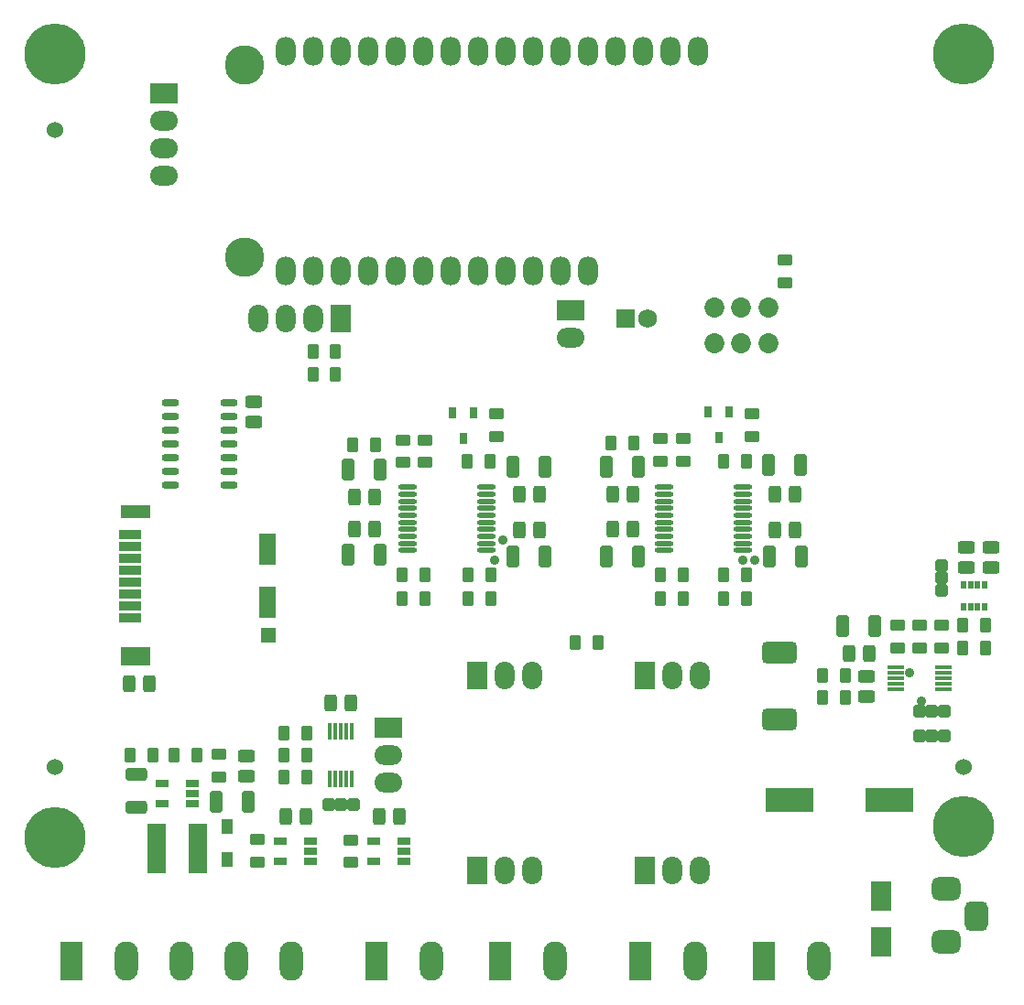
<source format=gts>
G04*
G04 #@! TF.GenerationSoftware,Altium Limited,Altium Designer,19.0.12 (326)*
G04*
G04 Layer_Color=8388736*
%FSAX44Y44*%
%MOMM*%
G71*
G01*
G75*
%ADD54R,0.2540X0.5080*%
%ADD55R,0.5080X0.2540*%
%ADD56O,1.5500X0.4000*%
%ADD57R,1.3524X1.3524*%
%ADD58R,2.7524X1.6524*%
%ADD59R,2.7524X1.1524*%
%ADD60R,1.5524X2.8524*%
%ADD61R,2.1524X0.8524*%
G04:AMPARAMS|DCode=62|XSize=1.0524mm|YSize=1.3524mm|CornerRadius=0.1887mm|HoleSize=0mm|Usage=FLASHONLY|Rotation=270.000|XOffset=0mm|YOffset=0mm|HoleType=Round|Shape=RoundedRectangle|*
%AMROUNDEDRECTD62*
21,1,1.0524,0.9750,0,0,270.0*
21,1,0.6750,1.3524,0,0,270.0*
1,1,0.3774,-0.4875,-0.3375*
1,1,0.3774,-0.4875,0.3375*
1,1,0.3774,0.4875,0.3375*
1,1,0.3774,0.4875,-0.3375*
%
%ADD62ROUNDEDRECTD62*%
G04:AMPARAMS|DCode=63|XSize=1.0524mm|YSize=1.3524mm|CornerRadius=0.1887mm|HoleSize=0mm|Usage=FLASHONLY|Rotation=180.000|XOffset=0mm|YOffset=0mm|HoleType=Round|Shape=RoundedRectangle|*
%AMROUNDEDRECTD63*
21,1,1.0524,0.9750,0,0,180.0*
21,1,0.6750,1.3524,0,0,180.0*
1,1,0.3774,-0.3375,0.4875*
1,1,0.3774,0.3375,0.4875*
1,1,0.3774,0.3375,-0.4875*
1,1,0.3774,-0.3375,-0.4875*
%
%ADD63ROUNDEDRECTD63*%
G04:AMPARAMS|DCode=64|XSize=1.1024mm|YSize=1.5524mm|CornerRadius=0.195mm|HoleSize=0mm|Usage=FLASHONLY|Rotation=270.000|XOffset=0mm|YOffset=0mm|HoleType=Round|Shape=RoundedRectangle|*
%AMROUNDEDRECTD64*
21,1,1.1024,1.1625,0,0,270.0*
21,1,0.7125,1.5524,0,0,270.0*
1,1,0.3899,-0.5813,-0.3563*
1,1,0.3899,-0.5813,0.3563*
1,1,0.3899,0.5813,0.3563*
1,1,0.3899,0.5813,-0.3563*
%
%ADD64ROUNDEDRECTD64*%
%ADD65O,1.6024X0.7524*%
%ADD66R,0.7524X1.1024*%
G04:AMPARAMS|DCode=67|XSize=1.1524mm|YSize=1.9524mm|CornerRadius=0.2012mm|HoleSize=0mm|Usage=FLASHONLY|Rotation=0.000|XOffset=0mm|YOffset=0mm|HoleType=Round|Shape=RoundedRectangle|*
%AMROUNDEDRECTD67*
21,1,1.1524,1.5500,0,0,0.0*
21,1,0.7500,1.9524,0,0,0.0*
1,1,0.4024,0.3750,-0.7750*
1,1,0.4024,-0.3750,-0.7750*
1,1,0.4024,-0.3750,0.7750*
1,1,0.4024,0.3750,0.7750*
%
%ADD67ROUNDEDRECTD67*%
G04:AMPARAMS|DCode=68|XSize=1.1024mm|YSize=1.5524mm|CornerRadius=0.195mm|HoleSize=0mm|Usage=FLASHONLY|Rotation=180.000|XOffset=0mm|YOffset=0mm|HoleType=Round|Shape=RoundedRectangle|*
%AMROUNDEDRECTD68*
21,1,1.1024,1.1625,0,0,180.0*
21,1,0.7125,1.5524,0,0,180.0*
1,1,0.3899,-0.3563,0.5813*
1,1,0.3899,0.3563,0.5813*
1,1,0.3899,0.3563,-0.5813*
1,1,0.3899,-0.3563,-0.5813*
%
%ADD68ROUNDEDRECTD68*%
%ADD69O,1.7500X0.5000*%
G04:AMPARAMS|DCode=70|XSize=1.1524mm|YSize=1.1524mm|CornerRadius=0.2262mm|HoleSize=0mm|Usage=FLASHONLY|Rotation=90.000|XOffset=0mm|YOffset=0mm|HoleType=Round|Shape=RoundedRectangle|*
%AMROUNDEDRECTD70*
21,1,1.1524,0.7000,0,0,90.0*
21,1,0.7000,1.1524,0,0,90.0*
1,1,0.4524,0.3500,0.3500*
1,1,0.4524,0.3500,-0.3500*
1,1,0.4524,-0.3500,-0.3500*
1,1,0.4524,-0.3500,0.3500*
%
%ADD70ROUNDEDRECTD70*%
%ADD71R,0.5024X0.6524*%
G04:AMPARAMS|DCode=72|XSize=1.9524mm|YSize=3.1524mm|CornerRadius=0.3012mm|HoleSize=0mm|Usage=FLASHONLY|Rotation=90.000|XOffset=0mm|YOffset=0mm|HoleType=Round|Shape=RoundedRectangle|*
%AMROUNDEDRECTD72*
21,1,1.9524,2.5500,0,0,90.0*
21,1,1.3500,3.1524,0,0,90.0*
1,1,0.6024,1.2750,0.6750*
1,1,0.6024,1.2750,-0.6750*
1,1,0.6024,-1.2750,-0.6750*
1,1,0.6024,-1.2750,0.6750*
%
%ADD72ROUNDEDRECTD72*%
G04:AMPARAMS|DCode=73|XSize=1.1524mm|YSize=1.1524mm|CornerRadius=0.2262mm|HoleSize=0mm|Usage=FLASHONLY|Rotation=0.000|XOffset=0mm|YOffset=0mm|HoleType=Round|Shape=RoundedRectangle|*
%AMROUNDEDRECTD73*
21,1,1.1524,0.7000,0,0,0.0*
21,1,0.7000,1.1524,0,0,0.0*
1,1,0.4524,0.3500,-0.3500*
1,1,0.4524,-0.3500,-0.3500*
1,1,0.4524,-0.3500,0.3500*
1,1,0.4524,0.3500,0.3500*
%
%ADD73ROUNDEDRECTD73*%
%ADD74R,4.4524X2.2024*%
%ADD75R,1.9024X2.8024*%
%ADD76R,0.4000X1.5500*%
%ADD77R,1.2024X0.7524*%
%ADD78R,1.0024X1.3524*%
%ADD79R,1.7024X4.6524*%
G04:AMPARAMS|DCode=80|XSize=1.1524mm|YSize=1.9524mm|CornerRadius=0.2012mm|HoleSize=0mm|Usage=FLASHONLY|Rotation=90.000|XOffset=0mm|YOffset=0mm|HoleType=Round|Shape=RoundedRectangle|*
%AMROUNDEDRECTD80*
21,1,1.1524,1.5500,0,0,90.0*
21,1,0.7500,1.9524,0,0,90.0*
1,1,0.4024,0.7750,0.3750*
1,1,0.4024,0.7750,-0.3750*
1,1,0.4024,-0.7750,-0.3750*
1,1,0.4024,-0.7750,0.3750*
%
%ADD80ROUNDEDRECTD80*%
%ADD81C,1.5240*%
%ADD82C,3.6524*%
%ADD83O,1.8524X2.6524*%
%ADD84C,1.8524*%
%ADD85R,1.7524X1.7524*%
%ADD86C,1.7524*%
%ADD87O,2.5524X1.8524*%
%ADD88R,2.5524X1.8524*%
%ADD89O,1.8524X2.5524*%
%ADD90R,1.8524X2.5524*%
G04:AMPARAMS|DCode=91|XSize=2.1524mm|YSize=2.7524mm|CornerRadius=0.5762mm|HoleSize=0mm|Usage=FLASHONLY|Rotation=180.000|XOffset=0mm|YOffset=0mm|HoleType=Round|Shape=RoundedRectangle|*
%AMROUNDEDRECTD91*
21,1,2.1524,1.6000,0,0,180.0*
21,1,1.0000,2.7524,0,0,180.0*
1,1,1.1524,-0.5000,0.8000*
1,1,1.1524,0.5000,0.8000*
1,1,1.1524,0.5000,-0.8000*
1,1,1.1524,-0.5000,-0.8000*
%
%ADD91ROUNDEDRECTD91*%
G04:AMPARAMS|DCode=92|XSize=2.6524mm|YSize=2.1524mm|CornerRadius=0.5762mm|HoleSize=0mm|Usage=FLASHONLY|Rotation=180.000|XOffset=0mm|YOffset=0mm|HoleType=Round|Shape=RoundedRectangle|*
%AMROUNDEDRECTD92*
21,1,2.6524,1.0000,0,0,180.0*
21,1,1.5000,2.1524,0,0,180.0*
1,1,1.1524,-0.7500,0.5000*
1,1,1.1524,0.7500,0.5000*
1,1,1.1524,0.7500,-0.5000*
1,1,1.1524,-0.7500,-0.5000*
%
%ADD92ROUNDEDRECTD92*%
%ADD93R,2.1524X3.6524*%
%ADD94O,2.1524X3.6524*%
%ADD95C,5.6524*%
%ADD96C,0.9144*%
D54*
X00869240Y00418371D02*
D03*
D55*
X00853649Y00302180D02*
D03*
X00853649Y00279321D02*
D03*
X00321309Y00215820D02*
D03*
D56*
X00827169Y00342380D02*
D03*
Y00337380D02*
D03*
Y00332380D02*
D03*
Y00327380D02*
D03*
Y00322380D02*
D03*
X00871169Y00342380D02*
D03*
Y00337380D02*
D03*
Y00332380D02*
D03*
Y00327380D02*
D03*
Y00322380D02*
D03*
D57*
X00247639Y00372020D02*
D03*
D58*
X00124639Y00353030D02*
D03*
D59*
Y00486530D02*
D03*
D60*
X00246639Y00451530D02*
D03*
Y00402530D02*
D03*
D61*
X00119639Y00465530D02*
D03*
Y00454530D02*
D03*
Y00443530D02*
D03*
Y00432530D02*
D03*
Y00421530D02*
D03*
Y00410530D02*
D03*
Y00399530D02*
D03*
Y00388530D02*
D03*
D62*
X00724460Y00719080D02*
D03*
Y00698080D02*
D03*
X00693980Y00555840D02*
D03*
Y00576840D02*
D03*
X00630480Y00553980D02*
D03*
Y00532980D02*
D03*
X00609820D02*
D03*
Y00553980D02*
D03*
X00457760Y00555840D02*
D03*
Y00576840D02*
D03*
X00391639Y00553000D02*
D03*
Y00532000D02*
D03*
X00371400D02*
D03*
Y00553000D02*
D03*
X00869240Y00381260D02*
D03*
Y00360260D02*
D03*
X00849219Y00381260D02*
D03*
Y00360260D02*
D03*
X00828600Y00381260D02*
D03*
Y00360260D02*
D03*
X00323140Y00182960D02*
D03*
Y00161960D02*
D03*
X00201220Y00240880D02*
D03*
Y00261880D02*
D03*
X00236780Y00183140D02*
D03*
Y00162140D02*
D03*
D63*
X00309419Y00634920D02*
D03*
X00288419D02*
D03*
X00309419Y00613603D02*
D03*
X00288419D02*
D03*
X00689240Y00533320D02*
D03*
X00668240D02*
D03*
X00689240Y00427990D02*
D03*
X00668240D02*
D03*
X00689240Y00406320D02*
D03*
X00668240D02*
D03*
X00609820Y00427990D02*
D03*
X00630820D02*
D03*
X00609820Y00406320D02*
D03*
X00630820D02*
D03*
X00584879Y00550000D02*
D03*
X00563879D02*
D03*
X00451889Y00533320D02*
D03*
X00430889D02*
D03*
X00452939Y00427990D02*
D03*
X00431939D02*
D03*
X00452939Y00406320D02*
D03*
X00431939D02*
D03*
X00371060Y00427990D02*
D03*
X00392060D02*
D03*
X00371060Y00406320D02*
D03*
X00392060D02*
D03*
X00346340Y00548560D02*
D03*
X00325340D02*
D03*
X00910220Y00360600D02*
D03*
X00889220D02*
D03*
X00910220Y00381260D02*
D03*
X00889220D02*
D03*
X00759559Y00315000D02*
D03*
X00780559D02*
D03*
X00759559Y00335000D02*
D03*
X00780559D02*
D03*
X00552080Y00365680D02*
D03*
X00531080D02*
D03*
X00261840Y00241220D02*
D03*
X00282840D02*
D03*
X00261840Y00261540D02*
D03*
X00282840D02*
D03*
X00261840Y00281860D02*
D03*
X00282840D02*
D03*
X00181240Y00261540D02*
D03*
X00160240D02*
D03*
X00140600D02*
D03*
X00119600D02*
D03*
D64*
X00233639Y00588280D02*
D03*
Y00569780D02*
D03*
X00914960Y00435170D02*
D03*
Y00453670D02*
D03*
X00892100Y00435070D02*
D03*
Y00453570D02*
D03*
X00800059Y00334250D02*
D03*
Y00315750D02*
D03*
X00226620Y00242130D02*
D03*
Y00260630D02*
D03*
D65*
X00210889Y00510930D02*
D03*
Y00523630D02*
D03*
Y00536330D02*
D03*
Y00549030D02*
D03*
Y00561730D02*
D03*
Y00574430D02*
D03*
Y00587130D02*
D03*
X00156389Y00510930D02*
D03*
Y00523630D02*
D03*
Y00536330D02*
D03*
Y00549030D02*
D03*
Y00561730D02*
D03*
Y00574430D02*
D03*
Y00587130D02*
D03*
D66*
X00673000Y00578650D02*
D03*
X00654000D02*
D03*
X00663500Y00555150D02*
D03*
X00436780Y00578090D02*
D03*
X00417780D02*
D03*
X00427280Y00554590D02*
D03*
D67*
X00709379Y00530000D02*
D03*
X00739379D02*
D03*
X00710059Y00445000D02*
D03*
X00740059D02*
D03*
X00589600Y00528240D02*
D03*
X00559600D02*
D03*
X00589379Y00445000D02*
D03*
X00559379D02*
D03*
X00473240Y00528240D02*
D03*
X00503240D02*
D03*
X00473240Y00445000D02*
D03*
X00503240D02*
D03*
X00350840Y00446960D02*
D03*
X00320840D02*
D03*
X00350840Y00525700D02*
D03*
X00320840D02*
D03*
X00778040Y00380920D02*
D03*
X00808040D02*
D03*
X00198920Y00218360D02*
D03*
X00228920D02*
D03*
D68*
X00733710Y00502840D02*
D03*
X00715210D02*
D03*
X00734309Y00470000D02*
D03*
X00715809D02*
D03*
X00565350Y00502840D02*
D03*
X00583850D02*
D03*
X00565350Y00470250D02*
D03*
X00583850D02*
D03*
X00497490Y00502750D02*
D03*
X00478990D02*
D03*
X00497490Y00470000D02*
D03*
X00478990D02*
D03*
X00326590Y00470250D02*
D03*
X00345090D02*
D03*
X00326590Y00500300D02*
D03*
X00345090D02*
D03*
X00783790Y00355520D02*
D03*
X00802290D02*
D03*
X00136810Y00327380D02*
D03*
X00118310D02*
D03*
X00305059Y00309800D02*
D03*
X00323559D02*
D03*
X00349450Y00205000D02*
D03*
X00367950D02*
D03*
X00263090D02*
D03*
X00281590D02*
D03*
D69*
X00685629Y00450750D02*
D03*
Y00457250D02*
D03*
Y00463750D02*
D03*
Y00470250D02*
D03*
Y00476750D02*
D03*
Y00483250D02*
D03*
Y00489750D02*
D03*
Y00496250D02*
D03*
Y00502750D02*
D03*
Y00509250D02*
D03*
X00613129Y00450750D02*
D03*
Y00457250D02*
D03*
Y00463750D02*
D03*
Y00470250D02*
D03*
Y00476750D02*
D03*
Y00483250D02*
D03*
Y00489750D02*
D03*
Y00496250D02*
D03*
Y00502750D02*
D03*
Y00509250D02*
D03*
X00375909D02*
D03*
Y00502750D02*
D03*
Y00496250D02*
D03*
Y00489750D02*
D03*
Y00483250D02*
D03*
Y00476750D02*
D03*
Y00470250D02*
D03*
Y00463750D02*
D03*
Y00457250D02*
D03*
Y00450750D02*
D03*
X00448409Y00509250D02*
D03*
Y00502750D02*
D03*
Y00496250D02*
D03*
Y00489750D02*
D03*
Y00483250D02*
D03*
Y00476750D02*
D03*
Y00470250D02*
D03*
Y00463750D02*
D03*
Y00457250D02*
D03*
Y00450750D02*
D03*
D70*
X00869240Y00436800D02*
D03*
Y00413940D02*
D03*
Y00425370D02*
D03*
D71*
X00896470Y00419110D02*
D03*
X00889970D02*
D03*
Y00398610D02*
D03*
X00896470D02*
D03*
X00902970D02*
D03*
X00909470D02*
D03*
X00902970Y00419110D02*
D03*
X00909470D02*
D03*
D72*
X00720059Y00294000D02*
D03*
Y00356000D02*
D03*
D73*
X00872079Y00302180D02*
D03*
X00849219D02*
D03*
X00860649D02*
D03*
X00872079Y00279320D02*
D03*
X00849219D02*
D03*
X00860649D02*
D03*
X00302879Y00215820D02*
D03*
X00325739D02*
D03*
X00314309D02*
D03*
D74*
X00728809Y00220000D02*
D03*
X00821309D02*
D03*
D75*
X00813360Y00130648D02*
D03*
Y00088648D02*
D03*
D76*
X00324309Y00283540D02*
D03*
X00319309D02*
D03*
X00314309D02*
D03*
X00309309D02*
D03*
X00304309D02*
D03*
X00324309Y00239540D02*
D03*
X00319309D02*
D03*
X00314309D02*
D03*
X00309309D02*
D03*
X00304309D02*
D03*
D77*
X00372450Y00162960D02*
D03*
Y00172460D02*
D03*
Y00181960D02*
D03*
X00344950D02*
D03*
Y00162960D02*
D03*
X00286090D02*
D03*
Y00172460D02*
D03*
Y00181960D02*
D03*
X00258590D02*
D03*
Y00162960D02*
D03*
X00176870Y00216480D02*
D03*
Y00225980D02*
D03*
Y00235480D02*
D03*
X00149370D02*
D03*
Y00216480D02*
D03*
D78*
X00208840Y00195510D02*
D03*
Y00165010D02*
D03*
D79*
X00143870Y00175180D02*
D03*
X00182370D02*
D03*
D80*
X00125020Y00213520D02*
D03*
Y00243520D02*
D03*
D81*
X00050000Y00250000D02*
D03*
X00890000D02*
D03*
X00050000Y00840000D02*
D03*
D82*
X00225489Y00722280D02*
D03*
Y00900080D02*
D03*
D83*
X00644589Y00912780D02*
D03*
X00619189D02*
D03*
X00593789D02*
D03*
X00568389D02*
D03*
X00542989D02*
D03*
X00517589D02*
D03*
X00492189D02*
D03*
X00466789D02*
D03*
X00441389D02*
D03*
X00415989D02*
D03*
X00390589D02*
D03*
X00365189D02*
D03*
X00339789D02*
D03*
X00314389D02*
D03*
X00288989D02*
D03*
X00263589D02*
D03*
Y00709580D02*
D03*
X00288989D02*
D03*
X00314389D02*
D03*
X00339789D02*
D03*
X00365189D02*
D03*
X00390589D02*
D03*
X00415989D02*
D03*
X00441389D02*
D03*
X00466789D02*
D03*
X00492189D02*
D03*
X00517589D02*
D03*
X00542989D02*
D03*
D84*
X00709220Y00642540D02*
D03*
X00684220D02*
D03*
X00659220D02*
D03*
X00709220Y00675540D02*
D03*
X00684220D02*
D03*
X00659220D02*
D03*
D85*
X00577460Y00665400D02*
D03*
D86*
X00597460D02*
D03*
D87*
X00526340Y00647620D02*
D03*
X00358430Y00236140D02*
D03*
Y00261540D02*
D03*
X00150420Y00848280D02*
D03*
Y00822880D02*
D03*
Y00797480D02*
D03*
D88*
X00526340Y00673020D02*
D03*
X00358430Y00286940D02*
D03*
X00150420Y00873680D02*
D03*
D89*
X00238189Y00665400D02*
D03*
X00263589D02*
D03*
X00288989D02*
D03*
X00645859Y00155000D02*
D03*
X00620459D02*
D03*
X00645859Y00335000D02*
D03*
X00620459D02*
D03*
X00490859D02*
D03*
X00465459D02*
D03*
X00490859Y00155000D02*
D03*
X00465459D02*
D03*
D90*
X00314389Y00665400D02*
D03*
X00595059Y00155000D02*
D03*
Y00335000D02*
D03*
X00440059D02*
D03*
Y00155000D02*
D03*
D91*
X00901399Y00112679D02*
D03*
D92*
X00873399Y00088679D02*
D03*
Y00137679D02*
D03*
D93*
X00705279Y00070640D02*
D03*
X00590979D02*
D03*
X00461439D02*
D03*
X00347139D02*
D03*
X00065199D02*
D03*
D94*
X00756079D02*
D03*
X00641779D02*
D03*
X00512239D02*
D03*
X00397939D02*
D03*
X00166799D02*
D03*
X00115999D02*
D03*
X00217599D02*
D03*
X00268399D02*
D03*
D95*
X00050000Y00910000D02*
D03*
X00890000D02*
D03*
Y00195000D02*
D03*
X00050000Y00185000D02*
D03*
D96*
X00840303Y00337740D02*
D03*
X00463880Y00460676D02*
D03*
X00456431Y00441584D02*
D03*
X00685629Y00441686D02*
D03*
X00696675Y00441960D02*
D03*
X00851000Y00311000D02*
D03*
M02*

</source>
